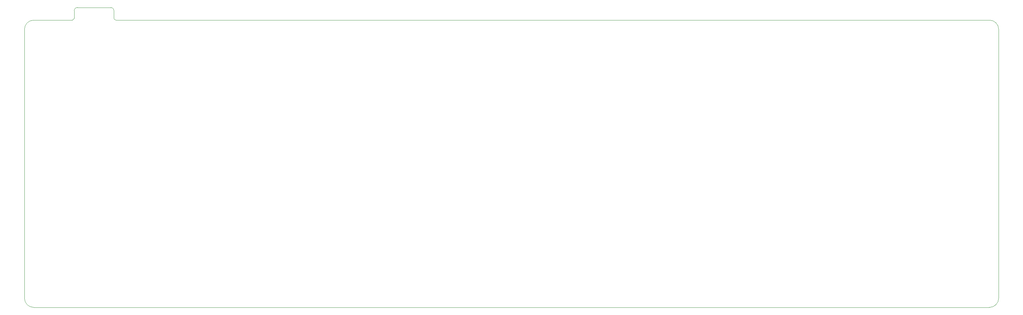
<source format=gm1>
G04 #@! TF.GenerationSoftware,KiCad,Pcbnew,(5.1.4-0)*
G04 #@! TF.CreationDate,2021-10-31T23:19:15-05:00*
G04 #@! TF.ProjectId,pcb,7063622e-6b69-4636-9164-5f7063625858,rev?*
G04 #@! TF.SameCoordinates,Original*
G04 #@! TF.FileFunction,Profile,NP*
%FSLAX46Y46*%
G04 Gerber Fmt 4.6, Leading zero omitted, Abs format (unit mm)*
G04 Created by KiCad (PCBNEW (5.1.4-0)) date 2021-10-31 23:19:15*
%MOMM*%
%LPD*%
G04 APERTURE LIST*
%ADD10C,0.050000*%
G04 APERTURE END LIST*
D10*
X102058809Y-44846880D02*
X326231335Y-44846880D01*
X80961555Y-44846880D02*
X90822441Y-44846880D01*
X326231335Y-118665940D02*
X80961555Y-118665940D01*
X328612595Y-47228140D02*
X328612595Y-116284680D01*
X78580295Y-47228140D02*
G75*
G02X80961555Y-44846880I2381260J0D01*
G01*
X80961555Y-118665940D02*
G75*
G02X78580295Y-116284680I0J2381260D01*
G01*
X328612595Y-116284680D02*
G75*
G02X326231335Y-118665940I-2381260J0D01*
G01*
X326231335Y-44846880D02*
G75*
G02X328612595Y-47228140I0J-2381260D01*
G01*
X101540625Y-44328696D02*
X101540625Y-42360938D01*
X91340625Y-42360990D02*
X91340625Y-44328696D01*
X91340625Y-44328696D02*
G75*
G02X90822441Y-44846880I-518184J0D01*
G01*
X91340625Y-42360990D02*
G75*
G02X92117865Y-41583750I777240J0D01*
G01*
X78580295Y-116284680D02*
X78580295Y-47228140D01*
X92117865Y-41583750D02*
X100763385Y-41583698D01*
X100763385Y-41583698D02*
G75*
G02X101540625Y-42360938I0J-777240D01*
G01*
X102058809Y-44846880D02*
G75*
G02X101540625Y-44328696I0J518184D01*
G01*
M02*

</source>
